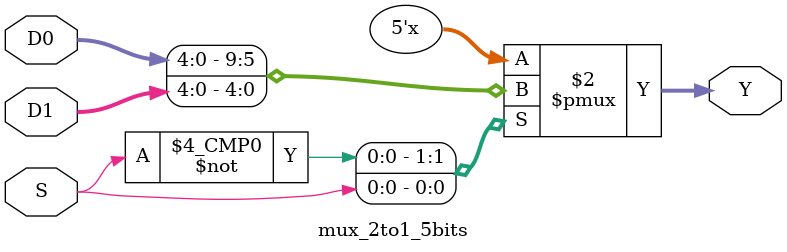
<source format=v>

module mux_4to1_5bits (output reg [4:0] Y, input [1:0] S,
		 input [4:0] D0, input [4:0] D1, input [4:0] D2, input [4:0] D3);

always @ (S,D0,D1,D2,D3)

case (S)

2'b00:   Y = D0;
2'b01:   Y = D1;
2'b10:   Y = D2;
2'b11:   Y = D3;

endcase

endmodule

//Multiplexer 5 bits 2 to 1

module mux_2to1_5bits (output reg [4:0] Y, input S,
		 input [4:0] D0, input [4:0] D1);

always @ (S,D0,D1)

case (S)

1'b0:   Y = D0;
1'b1:   Y = D1;

endcase

endmodule

</source>
